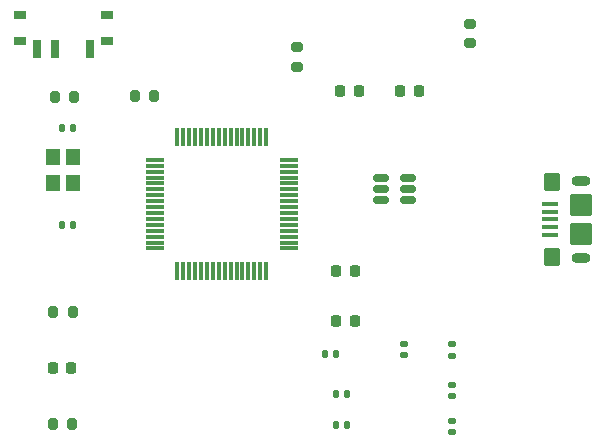
<source format=gbr>
%TF.GenerationSoftware,KiCad,Pcbnew,8.0.4*%
%TF.CreationDate,2024-07-31T13:10:52-04:00*%
%TF.ProjectId,STM32F405RGT6,53544d33-3246-4343-9035-524754362e6b,rev?*%
%TF.SameCoordinates,Original*%
%TF.FileFunction,Paste,Top*%
%TF.FilePolarity,Positive*%
%FSLAX46Y46*%
G04 Gerber Fmt 4.6, Leading zero omitted, Abs format (unit mm)*
G04 Created by KiCad (PCBNEW 8.0.4) date 2024-07-31 13:10:52*
%MOMM*%
%LPD*%
G01*
G04 APERTURE LIST*
G04 Aperture macros list*
%AMRoundRect*
0 Rectangle with rounded corners*
0 $1 Rounding radius*
0 $2 $3 $4 $5 $6 $7 $8 $9 X,Y pos of 4 corners*
0 Add a 4 corners polygon primitive as box body*
4,1,4,$2,$3,$4,$5,$6,$7,$8,$9,$2,$3,0*
0 Add four circle primitives for the rounded corners*
1,1,$1+$1,$2,$3*
1,1,$1+$1,$4,$5*
1,1,$1+$1,$6,$7*
1,1,$1+$1,$8,$9*
0 Add four rect primitives between the rounded corners*
20,1,$1+$1,$2,$3,$4,$5,0*
20,1,$1+$1,$4,$5,$6,$7,0*
20,1,$1+$1,$6,$7,$8,$9,0*
20,1,$1+$1,$8,$9,$2,$3,0*%
G04 Aperture macros list end*
%ADD10R,1.200000X1.400000*%
%ADD11RoundRect,0.150000X0.512500X0.150000X-0.512500X0.150000X-0.512500X-0.150000X0.512500X-0.150000X0*%
%ADD12RoundRect,0.075000X-0.700000X-0.075000X0.700000X-0.075000X0.700000X0.075000X-0.700000X0.075000X0*%
%ADD13RoundRect,0.075000X-0.075000X-0.700000X0.075000X-0.700000X0.075000X0.700000X-0.075000X0.700000X0*%
%ADD14R,1.000000X0.800000*%
%ADD15R,0.700000X1.500000*%
%ADD16RoundRect,0.200000X0.200000X0.275000X-0.200000X0.275000X-0.200000X-0.275000X0.200000X-0.275000X0*%
%ADD17RoundRect,0.200000X0.275000X-0.200000X0.275000X0.200000X-0.275000X0.200000X-0.275000X-0.200000X0*%
%ADD18RoundRect,0.200000X-0.200000X-0.275000X0.200000X-0.275000X0.200000X0.275000X-0.200000X0.275000X0*%
%ADD19RoundRect,0.147500X0.147500X0.172500X-0.147500X0.172500X-0.147500X-0.172500X0.147500X-0.172500X0*%
%ADD20RoundRect,0.100000X0.575000X-0.100000X0.575000X0.100000X-0.575000X0.100000X-0.575000X-0.100000X0*%
%ADD21O,1.600000X0.900000*%
%ADD22RoundRect,0.250000X0.450000X-0.550000X0.450000X0.550000X-0.450000X0.550000X-0.450000X-0.550000X0*%
%ADD23RoundRect,0.250000X0.700000X-0.700000X0.700000X0.700000X-0.700000X0.700000X-0.700000X-0.700000X0*%
%ADD24RoundRect,0.218750X-0.218750X-0.256250X0.218750X-0.256250X0.218750X0.256250X-0.218750X0.256250X0*%
%ADD25RoundRect,0.140000X0.140000X0.170000X-0.140000X0.170000X-0.140000X-0.170000X0.140000X-0.170000X0*%
%ADD26RoundRect,0.140000X-0.140000X-0.170000X0.140000X-0.170000X0.140000X0.170000X-0.140000X0.170000X0*%
%ADD27RoundRect,0.225000X0.225000X0.250000X-0.225000X0.250000X-0.225000X-0.250000X0.225000X-0.250000X0*%
%ADD28RoundRect,0.140000X0.170000X-0.140000X0.170000X0.140000X-0.170000X0.140000X-0.170000X-0.140000X0*%
%ADD29RoundRect,0.140000X-0.170000X0.140000X-0.170000X-0.140000X0.170000X-0.140000X0.170000X0.140000X0*%
%ADD30RoundRect,0.225000X-0.225000X-0.250000X0.225000X-0.250000X0.225000X0.250000X-0.225000X0.250000X0*%
G04 APERTURE END LIST*
D10*
%TO.C,Y1*%
X90400000Y-87240000D03*
X90400000Y-85040000D03*
X88700000Y-85040000D03*
X88700000Y-87240000D03*
%TD*%
D11*
%TO.C,U2*%
X118750000Y-88650000D03*
X118750000Y-87700000D03*
X118750000Y-86750000D03*
X116475000Y-86750000D03*
X116475000Y-87700000D03*
X116475000Y-88650000D03*
%TD*%
D12*
%TO.C,U1*%
X97325000Y-85250000D03*
X97325000Y-85750000D03*
X97325000Y-86250000D03*
X97325000Y-86750000D03*
X97325000Y-87250000D03*
X97325000Y-87750000D03*
X97325000Y-88250000D03*
X97325000Y-88750000D03*
X97325000Y-89250000D03*
X97325000Y-89750000D03*
X97325000Y-90250000D03*
X97325000Y-90750000D03*
X97325000Y-91250000D03*
X97325000Y-91750000D03*
X97325000Y-92250000D03*
X97325000Y-92750000D03*
D13*
X99250000Y-94675000D03*
X99750000Y-94675000D03*
X100250000Y-94675000D03*
X100750000Y-94675000D03*
X101250000Y-94675000D03*
X101750000Y-94675000D03*
X102250000Y-94675000D03*
X102750000Y-94675000D03*
X103250000Y-94675000D03*
X103750000Y-94675000D03*
X104250000Y-94675000D03*
X104750000Y-94675000D03*
X105250000Y-94675000D03*
X105750000Y-94675000D03*
X106250000Y-94675000D03*
X106750000Y-94675000D03*
D12*
X108675000Y-92750000D03*
X108675000Y-92250000D03*
X108675000Y-91750000D03*
X108675000Y-91250000D03*
X108675000Y-90750000D03*
X108675000Y-90250000D03*
X108675000Y-89750000D03*
X108675000Y-89250000D03*
X108675000Y-88750000D03*
X108675000Y-88250000D03*
X108675000Y-87750000D03*
X108675000Y-87250000D03*
X108675000Y-86750000D03*
X108675000Y-86250000D03*
X108675000Y-85750000D03*
X108675000Y-85250000D03*
D13*
X106750000Y-83325000D03*
X106250000Y-83325000D03*
X105750000Y-83325000D03*
X105250000Y-83325000D03*
X104750000Y-83325000D03*
X104250000Y-83325000D03*
X103750000Y-83325000D03*
X103250000Y-83325000D03*
X102750000Y-83325000D03*
X102250000Y-83325000D03*
X101750000Y-83325000D03*
X101250000Y-83325000D03*
X100750000Y-83325000D03*
X100250000Y-83325000D03*
X99750000Y-83325000D03*
X99250000Y-83325000D03*
%TD*%
D14*
%TO.C,SW1*%
X93250000Y-75180000D03*
X93250000Y-72970000D03*
X85950000Y-75180000D03*
X85950000Y-72970000D03*
D15*
X91850000Y-75830000D03*
X88850000Y-75830000D03*
X87350000Y-75830000D03*
%TD*%
D16*
%TO.C,R6*%
X97306400Y-79883000D03*
X95656400Y-79883000D03*
%TD*%
D17*
%TO.C,R5*%
X109375000Y-77350000D03*
X109375000Y-75700000D03*
%TD*%
%TO.C,R4*%
X124000000Y-75375000D03*
X124000000Y-73725000D03*
%TD*%
D16*
%TO.C,R3*%
X90346900Y-107619800D03*
X88696900Y-107619800D03*
%TD*%
D18*
%TO.C,R2*%
X88748600Y-98120200D03*
X90398600Y-98120200D03*
%TD*%
D16*
%TO.C,R1*%
X90525600Y-79908400D03*
X88875600Y-79908400D03*
%TD*%
D19*
%TO.C,L1*%
X112676800Y-101701600D03*
X111706800Y-101701600D03*
%TD*%
D20*
%TO.C,J5*%
X130775000Y-91600000D03*
X130775000Y-90950000D03*
X130775000Y-90300000D03*
X130775000Y-89650000D03*
X130775000Y-89000000D03*
D21*
X133450000Y-93600000D03*
D22*
X131000000Y-93500000D03*
D23*
X133450000Y-91500000D03*
X133450000Y-89100000D03*
D22*
X131000000Y-87100000D03*
D21*
X133450000Y-87000000D03*
%TD*%
D24*
%TO.C,D1*%
X88671300Y-102895400D03*
X90246300Y-102895400D03*
%TD*%
D25*
%TO.C,C12*%
X90400000Y-90775000D03*
X89440000Y-90775000D03*
%TD*%
D26*
%TO.C,C11*%
X89464000Y-82575400D03*
X90424000Y-82575400D03*
%TD*%
D27*
%TO.C,C10*%
X119675000Y-79425000D03*
X118125000Y-79425000D03*
%TD*%
D28*
%TO.C,C9*%
X122500000Y-108298000D03*
X122500000Y-107338000D03*
%TD*%
D29*
%TO.C,C8*%
X122500000Y-104290000D03*
X122500000Y-105250000D03*
%TD*%
D28*
%TO.C,C7*%
X122500000Y-101823600D03*
X122500000Y-100863600D03*
%TD*%
%TO.C,C6*%
X118461400Y-101772800D03*
X118461400Y-100812800D03*
%TD*%
D26*
%TO.C,C5*%
X112651600Y-107721400D03*
X113611600Y-107721400D03*
%TD*%
%TO.C,C4*%
X112679600Y-105079800D03*
X113639600Y-105079800D03*
%TD*%
D30*
%TO.C,C3*%
X112699200Y-98933000D03*
X114249200Y-98933000D03*
%TD*%
%TO.C,C2*%
X112699200Y-94665800D03*
X114249200Y-94665800D03*
%TD*%
%TO.C,C1*%
X113050000Y-79425000D03*
X114600000Y-79425000D03*
%TD*%
M02*

</source>
